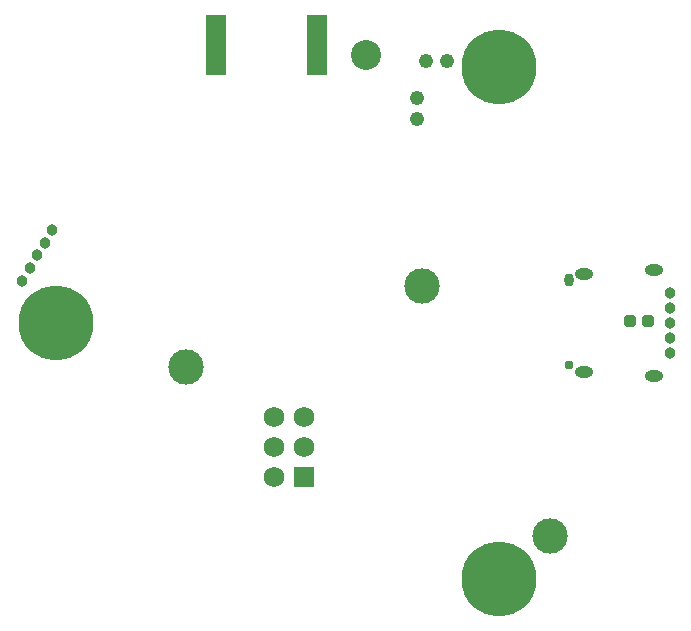
<source format=gbs>
G04*
G04 #@! TF.GenerationSoftware,Altium Limited,Altium Designer,20.1.11 (218)*
G04*
G04 Layer_Color=16711935*
%FSLAX24Y24*%
%MOIN*%
G70*
G04*
G04 #@! TF.SameCoordinates,6F335AB9-D6ED-48D2-8003-4388AB504266*
G04*
G04*
G04 #@! TF.FilePolarity,Negative*
G04*
G01*
G75*
%ADD76R,0.0685X0.1984*%
%ADD97C,0.1181*%
G04:AMPARAMS|DCode=115|XSize=38.9mil|YSize=37.9mil|CornerRadius=7.9mil|HoleSize=0mil|Usage=FLASHONLY|Rotation=0.000|XOffset=0mil|YOffset=0mil|HoleType=Round|Shape=RoundedRectangle|*
%AMROUNDEDRECTD115*
21,1,0.0389,0.0221,0,0,0.0*
21,1,0.0231,0.0379,0,0,0.0*
1,1,0.0158,0.0116,-0.0111*
1,1,0.0158,-0.0116,-0.0111*
1,1,0.0158,-0.0116,0.0111*
1,1,0.0158,0.0116,0.0111*
%
%ADD115ROUNDEDRECTD115*%
%ADD134C,0.0380*%
%ADD135O,0.0311X0.0429*%
%ADD136O,0.0606X0.0370*%
%ADD137C,0.0311*%
%ADD138C,0.1000*%
%ADD139C,0.0685*%
%ADD140R,0.0685X0.0685*%
%ADD141C,0.0488*%
%ADD142C,0.2496*%
D76*
X-4494Y9259D02*
D03*
X-1140D02*
D03*
D97*
X-5512Y-1457D02*
D03*
X6637Y-7103D02*
D03*
X2362Y1230D02*
D03*
D115*
X9309Y55D02*
D03*
X9899D02*
D03*
D134*
X-10207Y2677D02*
D03*
X-9957Y3110D02*
D03*
X-10957Y1378D02*
D03*
X-10707Y1811D02*
D03*
X-10457Y2244D02*
D03*
X10621Y-500D02*
D03*
Y-1000D02*
D03*
Y1000D02*
D03*
Y500D02*
D03*
Y0D02*
D03*
D135*
X7283Y1417D02*
D03*
D136*
X7776Y-1626D02*
D03*
Y1626D02*
D03*
X10118Y1768D02*
D03*
Y-1768D02*
D03*
D137*
X7283Y-1417D02*
D03*
D138*
X507Y8920D02*
D03*
D139*
X-2552Y-4125D02*
D03*
Y-5125D02*
D03*
Y-3125D02*
D03*
X-1552Y-4125D02*
D03*
Y-3125D02*
D03*
D140*
X-1552Y-5125D02*
D03*
D141*
X3210Y8724D02*
D03*
X2502D02*
D03*
X2203Y7506D02*
D03*
X2203Y6798D02*
D03*
D142*
X4924Y8524D02*
D03*
X-9843Y0D02*
D03*
X4921Y-8524D02*
D03*
M02*

</source>
